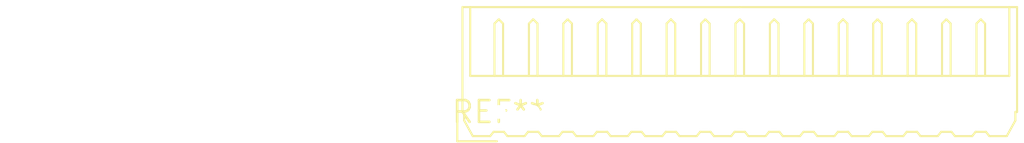
<source format=kicad_pcb>
(kicad_pcb (version 20240108) (generator pcbnew)
  (layers (0 "F.Cu" signal) (31 "B.Cu" signal) (34 "B.Paste" user) (35 "F.Paste" user) (36 "B.SilkS" user "B.Silkscreen") (37 "F.SilkS" user "F.Silkscreen") (38 "B.Mask" user) (39 "F.Mask" user) (44 "Edge.Cuts" user))
  (net 0 "")
  (footprint "Molex_Micro-Latch_53254-1570_1x15_P2.00mm_Horizontal" (layer "F.Cu") (at 0 0)
    (property "Reference" "REF**")
    (property "Value" "Molex_Micro-Latch_53254-1570_1x15_P2.00mm_Horizontal")
    (fp_line (start -2.41 1.71) (end -2.41 -0.59) (layer "F.SilkS") (stroke (width 0.12)))
    (fp_line (start -2.11 -6.11) (end 14 -6.11) (layer "F.SilkS") (stroke (width 0.12)))
    (fp_line (start -2.11 0) (end -2.11 -6.11) (layer "F.SilkS") (stroke (width 0.12)))
    (fp_line (start -2.01 0) (end -2.11 0) (layer "F.SilkS") (stroke (width 0.12)))
    (fp_line (start -2.01 0.5) (end -2.01 0) (layer "F.SilkS") (stroke (width 0.12)))
    (fp_line (start -1.66 -6.11) (end -1.66 -2.1) (layer "F.SilkS") (stroke (width 0.12)))
    (fp_line (start -1.66 -2.1) (end 29.66 -2.1) (layer "F.SilkS") (stroke (width 0.12)))
    (fp_line (start -1.51 1.41) (end -2.01 0.5) (layer "F.SilkS") (stroke (width 0.12)))
    (fp_line (start -0.5 1.41) (end -1.51 1.41) (layer "F.SilkS") (stroke (width 0.12)))
    (fp_line (start -0.3 1.16) (end -0.5 1.41) (layer "F.SilkS") (stroke (width 0.12)))
    (fp_line (start -0.3 1.16) (end 0.3 1.16) (layer "F.SilkS") (stroke (width 0.12)))
    (fp_line (start -0.25 -5.15) (end 0 -5.4) (layer "F.SilkS") (stroke (width 0.12)))
    (fp_line (start -0.25 -2.1) (end -0.25 -5.15) (layer "F.SilkS") (stroke (width 0.12)))
    (fp_line (start -0.11 1.71) (end -2.41 1.71) (layer "F.SilkS") (stroke (width 0.12)))
    (fp_line (start 0 -5.4) (end 0.25 -5.15) (layer "F.SilkS") (stroke (width 0.12)))
    (fp_line (start 0.25 -5.15) (end 0.25 -2.1) (layer "F.SilkS") (stroke (width 0.12)))
    (fp_line (start 0.3 1.16) (end 0.5 1.41) (layer "F.SilkS") (stroke (width 0.12)))
    (fp_line (start 0.5 1.41) (end 1.5 1.41) (layer "F.SilkS") (stroke (width 0.12)))
    (fp_line (start 1.5 1.41) (end 1.7 1.16) (layer "F.SilkS") (stroke (width 0.12)))
    (fp_line (start 1.7 1.16) (end 2.3 1.16) (layer "F.SilkS") (stroke (width 0.12)))
    (fp_line (start 1.75 -5.15) (end 2 -5.4) (layer "F.SilkS") (stroke (width 0.12)))
    (fp_line (start 1.75 -2.1) (end 1.75 -5.15) (layer "F.SilkS") (stroke (width 0.12)))
    (fp_line (start 2 -5.4) (end 2.25 -5.15) (layer "F.SilkS") (stroke (width 0.12)))
    (fp_line (start 2.25 -5.15) (end 2.25 -2.1) (layer "F.SilkS") (stroke (width 0.12)))
    (fp_line (start 2.3 1.16) (end 2.5 1.41) (layer "F.SilkS") (stroke (width 0.12)))
    (fp_line (start 2.5 1.41) (end 3.5 1.41) (layer "F.SilkS") (stroke (width 0.12)))
    (fp_line (start 3.5 1.41) (end 3.7 1.16) (layer "F.SilkS") (stroke (width 0.12)))
    (fp_line (start 3.7 1.16) (end 4.3 1.16) (layer "F.SilkS") (stroke (width 0.12)))
    (fp_line (start 3.75 -5.15) (end 4 -5.4) (layer "F.SilkS") (stroke (width 0.12)))
    (fp_line (start 3.75 -2.1) (end 3.75 -5.15) (layer "F.SilkS") (stroke (width 0.12)))
    (fp_line (start 4 -5.4) (end 4.25 -5.15) (layer "F.SilkS") (stroke (width 0.12)))
    (fp_line (start 4.25 -5.15) (end 4.25 -2.1) (layer "F.SilkS") (stroke (width 0.12)))
    (fp_line (start 4.3 1.16) (end 4.5 1.41) (layer "F.SilkS") (stroke (width 0.12)))
    (fp_line (start 4.5 1.41) (end 5.5 1.41) (layer "F.SilkS") (stroke (width 0.12)))
    (fp_line (start 5.5 1.41) (end 5.7 1.16) (layer "F.SilkS") (stroke (width 0.12)))
    (fp_line (start 5.7 1.16) (end 6.3 1.16) (layer "F.SilkS") (stroke (width 0.12)))
    (fp_line (start 5.75 -5.15) (end 6 -5.4) (layer "F.SilkS") (stroke (width 0.12)))
    (fp_line (start 5.75 -2.1) (end 5.75 -5.15) (layer "F.SilkS") (stroke (width 0.12)))
    (fp_line (start 6 -5.4) (end 6.25 -5.15) (layer "F.SilkS") (stroke (width 0.12)))
    (fp_line (start 6.25 -5.15) (end 6.25 -2.1) (layer "F.SilkS") (stroke (width 0.12)))
    (fp_line (start 6.3 1.16) (end 6.5 1.41) (layer "F.SilkS") (stroke (width 0.12)))
    (fp_line (start 6.5 1.41) (end 7.5 1.41) (layer "F.SilkS") (stroke (width 0.12)))
    (fp_line (start 7.5 1.41) (end 7.7 1.16) (layer "F.SilkS") (stroke (width 0.12)))
    (fp_line (start 7.7 1.16) (end 8.3 1.16) (layer "F.SilkS") (stroke (width 0.12)))
    (fp_line (start 7.75 -5.15) (end 8 -5.4) (layer "F.SilkS") (stroke (width 0.12)))
    (fp_line (start 7.75 -2.1) (end 7.75 -5.15) (layer "F.SilkS") (stroke (width 0.12)))
    (fp_line (start 8 -5.4) (end 8.25 -5.15) (layer "F.SilkS") (stroke (width 0.12)))
    (fp_line (start 8.25 -5.15) (end 8.25 -2.1) (layer "F.SilkS") (stroke (width 0.12)))
    (fp_line (start 8.3 1.16) (end 8.5 1.41) (layer "F.SilkS") (stroke (width 0.12)))
    (fp_line (start 8.5 1.41) (end 9.5 1.41) (layer "F.SilkS") (stroke (width 0.12)))
    (fp_line (start 9.5 1.41) (end 9.7 1.16) (layer "F.SilkS") (stroke (width 0.12)))
    (fp_line (start 9.7 1.16) (end 10.3 1.16) (layer "F.SilkS") (stroke (width 0.12)))
    (fp_line (start 9.75 -5.15) (end 10 -5.4) (layer "F.SilkS") (stroke (width 0.12)))
    (fp_line (start 9.75 -2.1) (end 9.75 -5.15) (layer "F.SilkS") (stroke (width 0.12)))
    (fp_line (start 10 -5.4) (end 10.25 -5.15) (layer "F.SilkS") (stroke (width 0.12)))
    (fp_line (start 10.25 -5.15) (end 10.25 -2.1) (layer "F.SilkS") (stroke (width 0.12)))
    (fp_line (start 10.3 1.16) (end 10.5 1.41) (layer "F.SilkS") (stroke (width 0.12)))
    (fp_line (start 10.5 1.41) (end 11.5 1.41) (layer "F.SilkS") (stroke (width 0.12)))
    (fp_line (start 11.5 1.41) (end 11.7 1.16) (layer "F.SilkS") (stroke (width 0.12)))
    (fp_line (start 11.7 1.16) (end 12.3 1.16) (layer "F.SilkS") (stroke (width 0.12)))
    (fp_line (start 11.75 -5.15) (end 12 -5.4) (layer "F.SilkS") (stroke (width 0.12)))
    (fp_line (start 11.75 -2.1) (end 11.75 -5.15) (layer "F.SilkS") (stroke (width 0.12)))
    (fp_line (start 12 -5.4) (end 12.25 -5.15) (layer "F.SilkS") (stroke (width 0.12)))
    (fp_line (start 12.25 -5.15) (end 12.25 -2.1) (layer "F.SilkS") (stroke (width 0.12)))
    (fp_line (start 12.3 1.16) (end 12.5 1.41) (layer "F.SilkS") (stroke (width 0.12)))
    (fp_line (start 12.5 1.41) (end 13.5 1.41) (layer "F.SilkS") (stroke (width 0.12)))
    (fp_line (start 13.5 1.41) (end 13.7 1.16) (layer "F.SilkS") (stroke (width 0.12)))
    (fp_line (start 13.7 1.16) (end 14.3 1.16) (layer "F.SilkS") (stroke (width 0.12)))
    (fp_line (start 13.75 -5.15) (end 14 -5.4) (layer "F.SilkS") (stroke (width 0.12)))
    (fp_line (start 13.75 -2.1) (end 13.75 -5.15) (layer "F.SilkS") (stroke (width 0.12)))
    (fp_line (start 14 -5.4) (end 14.25 -5.15) (layer "F.SilkS") (stroke (width 0.12)))
    (fp_line (start 14.25 -5.15) (end 14.25 -2.1) (layer "F.SilkS") (stroke (width 0.12)))
    (fp_line (start 14.3 1.16) (end 14.5 1.41) (layer "F.SilkS") (stroke (width 0.12)))
    (fp_line (start 14.5 1.41) (end 15.5 1.41) (layer "F.SilkS") (stroke (width 0.12)))
    (fp_line (start 15.5 1.41) (end 15.7 1.16) (layer "F.SilkS") (stroke (width 0.12)))
    (fp_line (start 15.7 1.16) (end 16.3 1.16) (layer "F.SilkS") (stroke (width 0.12)))
    (fp_line (start 15.75 -5.15) (end 16 -5.4) (layer "F.SilkS") (stroke (width 0.12)))
    (fp_line (start 15.75 -2.1) (end 15.75 -5.15) (layer "F.SilkS") (stroke (width 0.12)))
    (fp_line (start 16 -5.4) (end 16.25 -5.15) (layer "F.SilkS") (stroke (width 0.12)))
    (fp_line (start 16.25 -5.15) (end 16.25 -2.1) (layer "F.SilkS") (stroke (width 0.12)))
    (fp_line (start 16.3 1.16) (end 16.5 1.41) (layer "F.SilkS") (stroke (width 0.12)))
    (fp_line (start 16.5 1.41) (end 17.5 1.41) (layer "F.SilkS") (stroke (width 0.12)))
    (fp_line (start 17.5 1.41) (end 17.7 1.16) (layer "F.SilkS") (stroke (width 0.12)))
    (fp_line (start 17.7 1.16) (end 18.3 1.16) (layer "F.SilkS") (stroke (width 0.12)))
    (fp_line (start 17.75 -5.15) (end 18 -5.4) (layer "F.SilkS") (stroke (width 0.12)))
    (fp_line (start 17.75 -2.1) (end 17.75 -5.15) (layer "F.SilkS") (stroke (width 0.12)))
    (fp_line (start 18 -5.4) (end 18.25 -5.15) (layer "F.SilkS") (stroke (width 0.12)))
    (fp_line (start 18.25 -5.15) (end 18.25 -2.1) (layer "F.SilkS") (stroke (width 0.12)))
    (fp_line (start 18.3 1.16) (end 18.5 1.41) (layer "F.SilkS") (stroke (width 0.12)))
    (fp_line (start 18.5 1.41) (end 19.5 1.41) (layer "F.SilkS") (stroke (width 0.12)))
    (fp_line (start 19.5 1.41) (end 19.7 1.16) (layer "F.SilkS") (stroke (width 0.12)))
    (fp_line (start 19.7 1.16) (end 20.3 1.16) (layer "F.SilkS") (stroke (width 0.12)))
    (fp_line (start 19.75 -5.15) (end 20 -5.4) (layer "F.SilkS") (stroke (width 0.12)))
    (fp_line (start 19.75 -2.1) (end 19.75 -5.15) (layer "F.SilkS") (stroke (width 0.12)))
    (fp_line (start 20 -5.4) (end 20.25 -5.15) (layer "F.SilkS") (stroke (width 0.12)))
    (fp_line (start 20.25 -5.15) (end 20.25 -2.1) (layer "F.SilkS") (stroke (width 0.12)))
    (fp_line (start 20.3 1.16) (end 20.5 1.41) (layer "F.SilkS") (stroke (width 0.12)))
    (fp_line (start 20.5 1.41) (end 21.5 1.41) (layer "F.SilkS") (stroke (width 0.12)))
    (fp_line (start 21.5 1.41) (end 21.7 1.16) (layer "F.SilkS") (stroke (width 0.12)))
    (fp_line (start 21.7 1.16) (end 22.3 1.16) (layer "F.SilkS") (stroke (width 0.12)))
    (fp_line (start 21.75 -5.15) (end 22 -5.4) (layer "F.SilkS") (stroke (width 0.12)))
    (fp_line (start 21.75 -2.1) (end 21.75 -5.15) (layer "F.SilkS") (stroke (width 0.12)))
    (fp_line (start 22 -5.4) (end 22.25 -5.15) (layer "F.SilkS") (stroke (width 0.12)))
    (fp_line (start 22.25 -5.15) (end 22.25 -2.1) (layer "F.SilkS") (stroke (width 0.12)))
    (fp_line (start 22.3 1.16) (end 22.5 1.41) (layer "F.SilkS") (stroke (width 0.12)))
    (fp_line (start 22.5 1.41) (end 23.5 1.41) (layer "F.SilkS") (stroke (width 0.12)))
    (fp_line (start 23.5 1.41) (end 23.7 1.16) (layer "F.SilkS") (stroke (width 0.12)))
    (fp_line (start 23.7 1.16) (end 24.3 1.16) (layer "F.SilkS") (stroke (width 0.12)))
    (fp_line (start 23.75 -5.15) (end 24 -5.4) (layer "F.SilkS") (stroke (width 0.12)))
    (fp_line (start 23.75 -2.1) (end 23.75 -5.15) (layer "F.SilkS") (stroke (width 0.12)))
    (fp_line (start 24 -5.4) (end 24.25 -5.15) (layer "F.SilkS") (stroke (width 0.12)))
    (fp_line (start 24.25 -5.15) (end 24.25 -2.1) (layer "F.SilkS") (stroke (width 0.12)))
    (fp_line (start 24.3 1.16) (end 24.5 1.41) (layer "F.SilkS") (stroke (width 0.12)))
    (fp_line (start 24.5 1.41) (end 25.5 1.41) (layer "F.SilkS") (stroke (width 0.12)))
    (fp_line (start 25.5 1.41) (end 25.7 1.16) (layer "F.SilkS") (stroke (width 0.12)))
    (fp_line (start 25.7 1.16) (end 26.3 1.16) (layer "F.SilkS") (stroke (width 0.12)))
    (fp_line (start 25.75 -5.15) (end 26 -5.4) (layer "F.SilkS") (stroke (width 0.12)))
    (fp_line (start 25.75 -2.1) (end 25.75 -5.15) (layer "F.SilkS") (stroke (width 0.12)))
    (fp_line (start 26 -5.4) (end 26.25 -5.15) (layer "F.SilkS") (stroke (width 0.12)))
    (fp_line (start 26.25 -5.15) (end 26.25 -2.1) (layer "F.SilkS") (stroke (width 0.12)))
    (fp_line (start 26.3 1.16) (end 26.5 1.41) (layer "F.SilkS") (stroke (width 0.12)))
    (fp_line (start 26.5 1.41) (end 27.5 1.41) (layer "F.SilkS") (stroke (width 0.12)))
    (fp_line (start 27.5 1.41) (end 27.7 1.16) (layer "F.SilkS") (stroke (width 0.12)))
    (fp_line (start 27.7 1.16) (end 28.3 1.16) (layer "F.SilkS") (stroke (width 0.12)))
    (fp_line (start 27.75 -5.15) (end 28 -5.4) (layer "F.SilkS") (stroke (width 0.12)))
    (fp_line (start 27.75 -2.1) (end 27.75 -5.15) (layer "F.SilkS") (stroke (width 0.12)))
    (fp_line (start 28 -5.4) (end 28.25 -5.15) (layer "F.SilkS") (stroke (width 0.12)))
    (fp_line (start 28.25 -5.15) (end 28.25 -2.1) (layer "F.SilkS") (stroke (width 0.12)))
    (fp_line (start 28.3 1.16) (end 28.5 1.41) (layer "F.SilkS") (stroke (width 0.12)))
    (fp_line (start 28.5 1.41) (end 29.51 1.41) (layer "F.SilkS") (stroke (width 0.12)))
    (fp_line (start 29.51 1.41) (end 30.01 0.5) (layer "F.SilkS") (stroke (width 0.12)))
    (fp_line (start 29.66 -2.1) (end 29.66 -6.11) (layer "F.SilkS") (stroke (width 0.12)))
    (fp_line (start 30.01 0) (end 30.11 0) (layer "F.SilkS") (stroke (width 0.12)))
    (fp_line (start 30.01 0.5) (end 30.01 0) (layer "F.SilkS") (stroke (width 0.12)))
    (fp_line (start 30.11 -6.11) (end 14 -6.11) (layer "F.SilkS") (stroke (width 0.12)))
    (fp_line (start 30.11 0) (end 30.11 -6.11) (layer "F.SilkS") (stroke (width 0.12)))
    (pad "1" thru_hole roundrect (at 0 0) (size 1.2 1.8) (drill 0.8) (layers *.Cu *.Mask) (remove_unused_layers) (roundrect_rratio 0.208333))
    (pad "2" thru_hole oval (at 2 0) (size 1.2 1.8) (drill 0.8) (layers *.Cu *.Mask) (remove_unused_layers))
    (pad "3" thru_hole oval (at 4 0) (size 1.2 1.8) (drill 0.8) (layers *.Cu *.Mask) (remove_unused_layers))
    (pad "4" thru_hole oval (at 6 0) (size 1.2 1.8) (drill 0.8) (layers *.Cu *.Mask) (remove_unused_layers))
    (pad "5" thru_hole oval (at 8 0) (size 1.2 1.8) (drill 0.8) (layers *.Cu *.Mask) (remove_unused_layers))
    (pad "6" thru_hole oval (at 10 0) (size 1.2 1.8) (drill 0.8) (layers *.Cu *.Mask) (remove_unused_layers))
    (pad "7" thru_hole oval (at 12 0) (size 1.2 1.8) (drill 0.8) (layers *.Cu *.Mask) (remove_unused_layers))
    (pad "8" thru_hole oval (at 14 0) (size 1.2 1.8) (drill 0.8) (layers *.Cu *.Mask) (remove_unused_layers))
    (pad "9" thru_hole oval (at 16 0) (size 1.2 1.8) (drill 0.8) (layers *.Cu *.Mask) (remove_unused_layers))
    (pad "10" thru_hole oval (at 18 0) (size 1.2 1.8) (drill 0.8) (layers *.Cu *.Mask) (remove_unused_layers))
    (pad "11" thru_hole oval (at 20 0) (size 1.2 1.8) (drill 0.8) (layers *.Cu *.Mask) (remove_unused_layers))
    (pad "12" thru_hole oval (at 22 0) (size 1.2 1.8) (drill 0.8) (layers *.Cu *.Mask) (remove_unused_layers))
    (pad "13" thru_hole oval (at 24 0) (size 1.2 1.8) (drill 0.8) (layers *.Cu *.Mask) (remove_unused_layers))
    (pad "14" thru_hole oval (at 26 0) (size 1.2 1.8) (drill 0.8) (layers *.Cu *.Mask) (remove_unused_layers))
    (pad "15" thru_hole oval (at 28 0) (size 1.2 1.8) (drill 0.8) (layers *.Cu *.Mask) (remove_unused_layers))
  )
)
</source>
